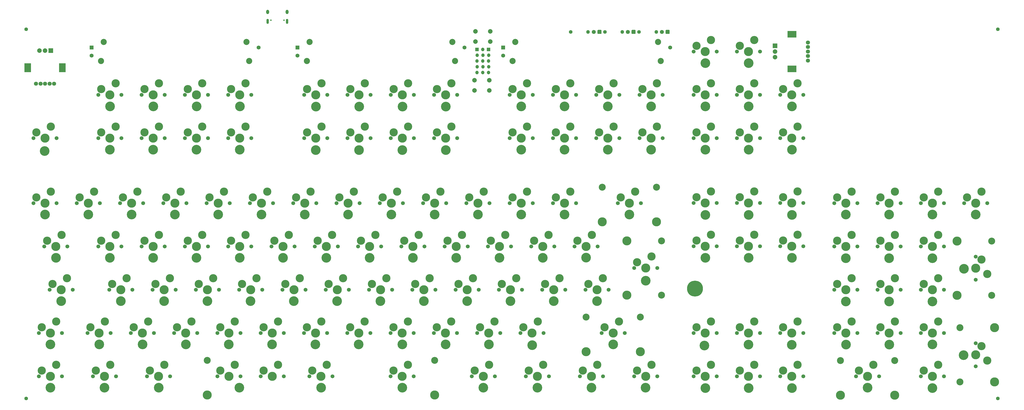
<source format=gts>
G04 #@! TF.GenerationSoftware,KiCad,Pcbnew,7.0.1*
G04 #@! TF.CreationDate,2023-03-18T22:20:59+01:00*
G04 #@! TF.ProjectId,berlin,6265726c-696e-42e6-9b69-6361645f7063,0.7*
G04 #@! TF.SameCoordinates,Original*
G04 #@! TF.FileFunction,Soldermask,Top*
G04 #@! TF.FilePolarity,Negative*
%FSLAX46Y46*%
G04 Gerber Fmt 4.6, Leading zero omitted, Abs format (unit mm)*
G04 Created by KiCad (PCBNEW 7.0.1) date 2023-03-18 22:20:59*
%MOMM*%
%LPD*%
G01*
G04 APERTURE LIST*
G04 Aperture macros list*
%AMRoundRect*
0 Rectangle with rounded corners*
0 $1 Rounding radius*
0 $2 $3 $4 $5 $6 $7 $8 $9 X,Y pos of 4 corners*
0 Add a 4 corners polygon primitive as box body*
4,1,4,$2,$3,$4,$5,$6,$7,$8,$9,$2,$3,0*
0 Add four circle primitives for the rounded corners*
1,1,$1+$1,$2,$3*
1,1,$1+$1,$4,$5*
1,1,$1+$1,$6,$7*
1,1,$1+$1,$8,$9*
0 Add four rect primitives between the rounded corners*
20,1,$1+$1,$2,$3,$4,$5,0*
20,1,$1+$1,$4,$5,$6,$7,0*
20,1,$1+$1,$6,$7,$8,$9,0*
20,1,$1+$1,$8,$9,$2,$3,0*%
G04 Aperture macros list end*
%ADD10C,4.250000*%
%ADD11C,1.778000*%
%ADD12RoundRect,0.177800X-0.711200X-0.711200X0.711200X-0.711200X0.711200X0.711200X-0.711200X0.711200X0*%
%ADD13C,1.800000*%
%ADD14R,2.000000X2.000000*%
%ADD15C,2.000000*%
%ADD16R,4.000000X3.000000*%
%ADD17R,3.000000X4.000000*%
%ADD18C,1.596000*%
%ADD19R,1.750000X1.750000*%
%ADD20C,1.750000*%
%ADD21C,2.700000*%
%ADD22C,0.800000*%
%ADD23C,7.000000*%
%ADD24C,3.600000*%
%ADD25C,1.701800*%
%ADD26C,3.987800*%
%ADD27C,3.048000*%
%ADD28C,0.650000*%
%ADD29O,1.100000X2.200000*%
%ADD30O,1.300000X1.900000*%
%ADD31R,1.524000X1.524000*%
%ADD32O,1.524000X1.524000*%
%ADD33C,1.600000*%
%ADD34O,1.600000X1.600000*%
G04 APERTURE END LIST*
D10*
X234212500Y-118065500D03*
X62762500Y-118080000D03*
X129275000Y-194275000D03*
X253262500Y-89490500D03*
X138962500Y-118065500D03*
X200975000Y-89725000D03*
X69874500Y-194265500D03*
X182015500Y-70567500D03*
X72325000Y-70455000D03*
D11*
X300205000Y-37675000D03*
D12*
X302745000Y-37675000D03*
D10*
X186587500Y-137115500D03*
X248563500Y-156165500D03*
X162965500Y-70567500D03*
D13*
X379422000Y-42325000D03*
D14*
X364922000Y-43825000D03*
D15*
X364922000Y-48825000D03*
D13*
X379422000Y-44325000D03*
D15*
X364922000Y-46325000D03*
D13*
X379422000Y-48325000D03*
D16*
X372422000Y-38725000D03*
X372422000Y-53925000D03*
D13*
X379422000Y-50325000D03*
X379422000Y-46325000D03*
D10*
X200975000Y-194275000D03*
X129437500Y-137115500D03*
X158012500Y-118065500D03*
X165251500Y-194265500D03*
X334288500Y-137115500D03*
X200938500Y-175215500D03*
X253262500Y-70440500D03*
X210463500Y-156165500D03*
X396137500Y-118065500D03*
X77113500Y-156165500D03*
X334288500Y-70440500D03*
X129475000Y-70455000D03*
X372388500Y-89490500D03*
X353338500Y-89490500D03*
X243737500Y-137115500D03*
X220125000Y-89725000D03*
X334288500Y-118192500D03*
X177062500Y-118065500D03*
X110387500Y-89490500D03*
X46125500Y-194265500D03*
X415187500Y-137242500D03*
X215162500Y-118065500D03*
D13*
X47750000Y-60433000D03*
D14*
X46250000Y-45933000D03*
D13*
X45750000Y-60433000D03*
D15*
X41250000Y-45933000D03*
X43750000Y-45933000D03*
D13*
X41750000Y-60433000D03*
D17*
X51350000Y-53433000D03*
X36150000Y-53433000D03*
D13*
X39750000Y-60433000D03*
X43750000Y-60433000D03*
D10*
X110387500Y-137115500D03*
X272312500Y-70440500D03*
X48538500Y-137115500D03*
X447905000Y-179905000D03*
X110425000Y-70455000D03*
X415187500Y-118065500D03*
X50824500Y-156165500D03*
X100862500Y-118080000D03*
X148487500Y-137115500D03*
D18*
X35475000Y-36475000D03*
D10*
X353338500Y-118192500D03*
X181761500Y-175215500D03*
X172236500Y-156165500D03*
X415285000Y-175295000D03*
X353255000Y-175295000D03*
X72287500Y-137115500D03*
X353338500Y-194392500D03*
X286663500Y-156165500D03*
D19*
X64221250Y-44575000D03*
D20*
X64221250Y-48075000D03*
X137721250Y-44575000D03*
D21*
X133571250Y-50525000D03*
X68371250Y-50525000D03*
X69571250Y-42125000D03*
X132371250Y-42125000D03*
D10*
X86638500Y-175215500D03*
X224687500Y-137115500D03*
X353338500Y-137115500D03*
D11*
X315205000Y-37675000D03*
D12*
X317745000Y-37675000D03*
D10*
X300887500Y-118065500D03*
X262787500Y-137115500D03*
X372388500Y-118192500D03*
X93750500Y-194265500D03*
X448065000Y-141905000D03*
X229513500Y-156165500D03*
X434237500Y-194392500D03*
X372388500Y-194392500D03*
D11*
X285205000Y-37675000D03*
D12*
X287745000Y-37675000D03*
D10*
X220115500Y-70567500D03*
X434237500Y-137242500D03*
X453287500Y-118065500D03*
X405700000Y-194280000D03*
D22*
X331631155Y-148818845D03*
X329775000Y-153300000D03*
X332400000Y-150675000D03*
X327918845Y-152531155D03*
X327918845Y-148818845D03*
X329775000Y-148050000D03*
X331631155Y-152531155D03*
X327150000Y-150675000D03*
D23*
X329775000Y-150675000D03*
D18*
X462975000Y-198975000D03*
D10*
X434237500Y-175215500D03*
X191286500Y-156165500D03*
X434237500Y-118065500D03*
X293775500Y-175215500D03*
D15*
X233125000Y-37425000D03*
X239625000Y-37425000D03*
X239625000Y-41925000D03*
X233125000Y-41925000D03*
D10*
X434237500Y-156292500D03*
X272312500Y-89490500D03*
X105688500Y-175215500D03*
X281825000Y-137025000D03*
X372388500Y-137115500D03*
X372350000Y-175400000D03*
X267613500Y-156165500D03*
X143661500Y-175215500D03*
X372388500Y-70440500D03*
X67588500Y-175215500D03*
X291362500Y-70440500D03*
X46125500Y-175215500D03*
X260412000Y-194265500D03*
X96163500Y-156165500D03*
D18*
X35475000Y-198975000D03*
D10*
X181925000Y-89725000D03*
X43712500Y-118080000D03*
X396235000Y-175295000D03*
X333925000Y-175675000D03*
X310412500Y-89490500D03*
X91337500Y-137115500D03*
X129437500Y-89490500D03*
X253262500Y-118065500D03*
X308037000Y-147148500D03*
X334288500Y-194392500D03*
X43575000Y-90125000D03*
X310412500Y-70440500D03*
X91375000Y-70455000D03*
X119912500Y-118065500D03*
X258135000Y-175515000D03*
X396137500Y-137242500D03*
X334288500Y-89490500D03*
X115213500Y-156165500D03*
X236625500Y-194265500D03*
X134136500Y-156165500D03*
X205637500Y-137115500D03*
X91337500Y-89490500D03*
X284161000Y-194265500D03*
X167537500Y-137115500D03*
D19*
X245291500Y-44575000D03*
D20*
X245291500Y-48075000D03*
X318791500Y-44575000D03*
D21*
X313441500Y-42125000D03*
X314641500Y-50525000D03*
X249441500Y-50525000D03*
X250641500Y-42125000D03*
D10*
X396137500Y-156292500D03*
X291362500Y-89490500D03*
X272350000Y-118080000D03*
X219988500Y-175215500D03*
X124611500Y-175215500D03*
X162875000Y-89725000D03*
X239038500Y-175215500D03*
X353338500Y-51390500D03*
X307999500Y-194265500D03*
X81812500Y-118080000D03*
X153186500Y-156165500D03*
D19*
X154804000Y-44575000D03*
D20*
X154804000Y-48075000D03*
X228304000Y-44575000D03*
D21*
X224154000Y-50525000D03*
X158954000Y-50525000D03*
X160154000Y-42125000D03*
X222954000Y-42125000D03*
D10*
X334288500Y-51390500D03*
X201065500Y-70567500D03*
X162711500Y-175215500D03*
X353338500Y-70440500D03*
D18*
X462975000Y-36475000D03*
D10*
X196112500Y-118065500D03*
X415187500Y-156292500D03*
X72287500Y-89490500D03*
D24*
X168495750Y-148591750D03*
D25*
X177385750Y-151131750D03*
D24*
X174845750Y-146051750D03*
D25*
X167225750Y-151131750D03*
D26*
X172305750Y-151131750D03*
X281843250Y-132081750D03*
D25*
X286923250Y-132081750D03*
D24*
X284383250Y-127001750D03*
D25*
X276763250Y-132081750D03*
D24*
X278033250Y-129541750D03*
X146270750Y-165101750D03*
D25*
X138650750Y-170181750D03*
D26*
X143730750Y-170181750D03*
D24*
X139920750Y-167641750D03*
D25*
X148810750Y-170181750D03*
D24*
X274858250Y-79376750D03*
D25*
X277398250Y-84456750D03*
D24*
X268508250Y-81916750D03*
D26*
X272318250Y-84456750D03*
D25*
X267238250Y-84456750D03*
D24*
X392333250Y-167673500D03*
D25*
X401223250Y-170213500D03*
D26*
X396143250Y-170213500D03*
D25*
X391063250Y-170213500D03*
D24*
X398683250Y-165133500D03*
D26*
X353280750Y-170213500D03*
D25*
X348200750Y-170213500D03*
D24*
X355820750Y-165133500D03*
D25*
X358360750Y-170213500D03*
D24*
X349470750Y-167673500D03*
D26*
X177068250Y-113031750D03*
D24*
X173258250Y-110491750D03*
X179608250Y-107951750D03*
D25*
X182148250Y-113031750D03*
X171988250Y-113031750D03*
D26*
X138968250Y-113031750D03*
D24*
X141508250Y-107951750D03*
D25*
X133888250Y-113031750D03*
X144048250Y-113031750D03*
D24*
X135158250Y-110491750D03*
X349502500Y-129510000D03*
X355852500Y-126970000D03*
D25*
X348232500Y-132050000D03*
D26*
X353312500Y-132050000D03*
D25*
X358392500Y-132050000D03*
D24*
X112933250Y-60326750D03*
D25*
X115473250Y-65406750D03*
X105313250Y-65406750D03*
D26*
X110393250Y-65406750D03*
D24*
X106583250Y-62866750D03*
X249458410Y-62866750D03*
D25*
X248188410Y-65406750D03*
X258348410Y-65406750D03*
D24*
X255808410Y-60326750D03*
D26*
X253268410Y-65406750D03*
D27*
X460278250Y-153576500D03*
D25*
X453293250Y-136558500D03*
D26*
X445038250Y-129700500D03*
D24*
X458373250Y-144178500D03*
X455833250Y-137828500D03*
D26*
X453293250Y-141638500D03*
D25*
X453293250Y-146718500D03*
D27*
X460278250Y-129700500D03*
D26*
X445038250Y-153576500D03*
D25*
X296448250Y-65406750D03*
D24*
X293908250Y-60326750D03*
X287558250Y-62866750D03*
D25*
X286288250Y-65406750D03*
D26*
X291368250Y-65406750D03*
X129445000Y-84455000D03*
D24*
X125635000Y-81915000D03*
X131985000Y-79375000D03*
D25*
X124365000Y-84455000D03*
X134525000Y-84455000D03*
D24*
X430433250Y-148623500D03*
D25*
X439323250Y-151163500D03*
X429163250Y-151163500D03*
D26*
X434243250Y-151163500D03*
D24*
X436783250Y-146083500D03*
X336802500Y-41245000D03*
D26*
X334262500Y-46325000D03*
D24*
X330452500Y-43785000D03*
D25*
X339342500Y-46325000D03*
X329182500Y-46325000D03*
D24*
X160558250Y-107951750D03*
X154208250Y-110491750D03*
D26*
X158018250Y-113031750D03*
D25*
X152938250Y-113031750D03*
X163098250Y-113031750D03*
D26*
X334262500Y-113000000D03*
D24*
X336802500Y-107920000D03*
D25*
X329182500Y-113000000D03*
X339342500Y-113000000D03*
D24*
X330452500Y-110460000D03*
D25*
X134523250Y-132081750D03*
D24*
X131983250Y-127001750D03*
D26*
X129443250Y-132081750D03*
D25*
X124363250Y-132081750D03*
D24*
X125633250Y-129541750D03*
D25*
X265492000Y-189231750D03*
D24*
X262952000Y-184151750D03*
D26*
X260412000Y-189231750D03*
D24*
X256602000Y-186691750D03*
D25*
X255332000Y-189231750D03*
D24*
X63720750Y-167641750D03*
X70070750Y-165101750D03*
D25*
X62450750Y-170181750D03*
D26*
X67530750Y-170181750D03*
D25*
X72610750Y-170181750D03*
D24*
X265333250Y-127001750D03*
X258983250Y-129541750D03*
D26*
X262793250Y-132081750D03*
D25*
X267873250Y-132081750D03*
X257713250Y-132081750D03*
D26*
X124675000Y-189225000D03*
D25*
X129755000Y-189225000D03*
D24*
X120865000Y-186685000D03*
D25*
X119595000Y-189225000D03*
D24*
X127215000Y-184145000D03*
X130395750Y-148591750D03*
X136745750Y-146051750D03*
D25*
X129125750Y-151131750D03*
X139285750Y-151131750D03*
D26*
X134205750Y-151131750D03*
X186593250Y-132081750D03*
D24*
X182783250Y-129541750D03*
D25*
X191673250Y-132081750D03*
X181513250Y-132081750D03*
D24*
X189133250Y-127001750D03*
D26*
X162780750Y-170181750D03*
D25*
X157700750Y-170181750D03*
D24*
X158970750Y-167641750D03*
D25*
X167860750Y-170181750D03*
D24*
X165320750Y-165101750D03*
D15*
X232725000Y-58925000D03*
X239225000Y-58925000D03*
X232725000Y-63425000D03*
X239225000Y-63425000D03*
D25*
X263110750Y-170181750D03*
D24*
X260570750Y-165101750D03*
D26*
X258030750Y-170181750D03*
D25*
X252950750Y-170181750D03*
D24*
X254220750Y-167641750D03*
X312958250Y-60326750D03*
D25*
X315498250Y-65406750D03*
D24*
X306608250Y-62866750D03*
D25*
X305338250Y-65406750D03*
D26*
X310418250Y-65406750D03*
D25*
X377442500Y-84425000D03*
D26*
X372362500Y-84425000D03*
D24*
X368552500Y-81885000D03*
D25*
X367282500Y-84425000D03*
D24*
X374902500Y-79345000D03*
D28*
X143095000Y-32521500D03*
X148875000Y-32521500D03*
D29*
X141685000Y-33072500D03*
D30*
X150285000Y-28872500D03*
X141685000Y-28872500D03*
D29*
X150285000Y-33072500D03*
D24*
X287558250Y-81916750D03*
X293908250Y-79376750D03*
D25*
X296448250Y-84456750D03*
D26*
X291368250Y-84456750D03*
D25*
X286288250Y-84456750D03*
D24*
X68483250Y-81916750D03*
D26*
X72293250Y-84456750D03*
D24*
X74833250Y-79376750D03*
D25*
X67213250Y-84456750D03*
X77373250Y-84456750D03*
D24*
X72452000Y-184151750D03*
X66102000Y-186691750D03*
D25*
X64832000Y-189231750D03*
X74992000Y-189231750D03*
D26*
X69912000Y-189231750D03*
D25*
X248823250Y-132081750D03*
D26*
X243743250Y-132081750D03*
D24*
X239933250Y-129541750D03*
X246283250Y-127001750D03*
D25*
X238663250Y-132081750D03*
D26*
X286605750Y-151131750D03*
D25*
X291685750Y-151131750D03*
D24*
X289145750Y-146051750D03*
X282795750Y-148591750D03*
D25*
X281525750Y-151131750D03*
D27*
X446308250Y-167800500D03*
D26*
X461548250Y-167800500D03*
D25*
X453293250Y-184818500D03*
D26*
X461548250Y-191676500D03*
D25*
X453293250Y-174658500D03*
D27*
X446308250Y-191676500D03*
D24*
X458373250Y-182278500D03*
X455833250Y-175928500D03*
D26*
X453293250Y-179738500D03*
X334235000Y-170215000D03*
D25*
X339315000Y-170215000D03*
D24*
X330425000Y-167675000D03*
X336775000Y-165135000D03*
D25*
X329155000Y-170215000D03*
D31*
X238885500Y-45410600D03*
X233809500Y-45410600D03*
D32*
X236345500Y-45410600D03*
X233936500Y-47950600D03*
X239012500Y-47950600D03*
X236472500Y-47950600D03*
X233809500Y-50490600D03*
X238885500Y-50490600D03*
X236345500Y-50490600D03*
X233936500Y-53030600D03*
X239012500Y-53030600D03*
X236472500Y-53030600D03*
X238885500Y-55570600D03*
X233809500Y-55570600D03*
X236345500Y-55570600D03*
D24*
X155795750Y-146051750D03*
D25*
X158335750Y-151131750D03*
D26*
X153255750Y-151131750D03*
D25*
X148175750Y-151131750D03*
D24*
X149445750Y-148591750D03*
D26*
X248505750Y-151131750D03*
D24*
X251045750Y-146051750D03*
D25*
X243425750Y-151131750D03*
X253585750Y-151131750D03*
D24*
X244695750Y-148591750D03*
D26*
X415193250Y-170213500D03*
D25*
X410113250Y-170213500D03*
D24*
X411383250Y-167673500D03*
X417733250Y-165133500D03*
D25*
X420273250Y-170213500D03*
D27*
X288955250Y-106046750D03*
D26*
X300893250Y-113031750D03*
X288955250Y-121286750D03*
D25*
X305973250Y-113031750D03*
X295813250Y-113031750D03*
D24*
X303433250Y-107951750D03*
D27*
X312831250Y-106046750D03*
D26*
X312831250Y-121286750D03*
D24*
X297083250Y-110491750D03*
D25*
X225106000Y-65406750D03*
D26*
X220026000Y-65406750D03*
D24*
X216216000Y-62866750D03*
X222566000Y-60326750D03*
D25*
X214946000Y-65406750D03*
X86263250Y-84456750D03*
D26*
X91343250Y-84456750D03*
D24*
X87533250Y-81916750D03*
D25*
X96423250Y-84456750D03*
D24*
X93883250Y-79376750D03*
X53402000Y-146051750D03*
D26*
X50862000Y-151131750D03*
D25*
X45782000Y-151131750D03*
X55942000Y-151131750D03*
D24*
X47052000Y-148591750D03*
X417733250Y-107983500D03*
X411383250Y-110523500D03*
D25*
X410113250Y-113063500D03*
X420273250Y-113063500D03*
D26*
X415193250Y-113063500D03*
X165162000Y-189231750D03*
D27*
X215200000Y-182246750D03*
D26*
X215200000Y-197486750D03*
D27*
X115124000Y-182246750D03*
D24*
X161352000Y-186691750D03*
D25*
X160082000Y-189231750D03*
D24*
X167702000Y-184151750D03*
D26*
X115124000Y-197486750D03*
D25*
X170242000Y-189231750D03*
D24*
X44670750Y-129541750D03*
D25*
X53560750Y-132081750D03*
D26*
X48480750Y-132081750D03*
D25*
X43400750Y-132081750D03*
D24*
X51020750Y-127001750D03*
D26*
X119918250Y-113031750D03*
D25*
X124998250Y-113031750D03*
D24*
X122458250Y-107951750D03*
X116108250Y-110491750D03*
D25*
X114838250Y-113031750D03*
X200563250Y-132081750D03*
X210723250Y-132081750D03*
D24*
X201833250Y-129541750D03*
D26*
X205643250Y-132081750D03*
D24*
X208183250Y-127001750D03*
X184466106Y-60326750D03*
D25*
X187006106Y-65406750D03*
X176846106Y-65406750D03*
D26*
X181926106Y-65406750D03*
D24*
X178116106Y-62866750D03*
D25*
X51179500Y-170181750D03*
D24*
X48639500Y-165101750D03*
D26*
X46099500Y-170181750D03*
D24*
X42289500Y-167641750D03*
D25*
X41019500Y-170181750D03*
D24*
X106583250Y-129541750D03*
D25*
X115473250Y-132081750D03*
D26*
X110393250Y-132081750D03*
D24*
X112933250Y-127001750D03*
D25*
X105313250Y-132081750D03*
X258348250Y-84456750D03*
D26*
X253268250Y-84456750D03*
D25*
X248188250Y-84456750D03*
D24*
X249458250Y-81916750D03*
X255808250Y-79376750D03*
D25*
X439323250Y-113063500D03*
D26*
X434243250Y-113063500D03*
D24*
X430433250Y-110523500D03*
D25*
X429163250Y-113063500D03*
D24*
X436783250Y-107983500D03*
D25*
X157796090Y-65406750D03*
X167956090Y-65406750D03*
D24*
X165416090Y-60326750D03*
D26*
X162876090Y-65406750D03*
D24*
X159066090Y-62866750D03*
D26*
X353312500Y-84425000D03*
D25*
X358392500Y-84425000D03*
D24*
X355852500Y-79345000D03*
D25*
X348232500Y-84425000D03*
D24*
X349502500Y-81885000D03*
D25*
X239298250Y-113031750D03*
D24*
X230408250Y-110491750D03*
X236758250Y-107951750D03*
D26*
X234218250Y-113031750D03*
D25*
X229138250Y-113031750D03*
D24*
X197065000Y-186685000D03*
D25*
X195795000Y-189225000D03*
X205955000Y-189225000D03*
D24*
X203415000Y-184145000D03*
D26*
X200875000Y-189225000D03*
D24*
X92295750Y-148591750D03*
D25*
X91025750Y-151131750D03*
X101185750Y-151131750D03*
D24*
X98645750Y-146051750D03*
D26*
X96105750Y-151131750D03*
D25*
X401223250Y-151163500D03*
D24*
X398683250Y-146083500D03*
D26*
X396143250Y-151163500D03*
D25*
X391063250Y-151163500D03*
D24*
X392333250Y-148623500D03*
X211358250Y-110491750D03*
D26*
X215168250Y-113031750D03*
D25*
X210088250Y-113031750D03*
X220248250Y-113031750D03*
D24*
X217708250Y-107951750D03*
D26*
X72293250Y-65406750D03*
D25*
X77373250Y-65406750D03*
X67213250Y-65406750D03*
D24*
X74833250Y-60326750D03*
X68483250Y-62866750D03*
D27*
X315022000Y-153544750D03*
D26*
X299782000Y-129668750D03*
X308037000Y-141606750D03*
D25*
X302957000Y-141606750D03*
D24*
X310577000Y-136526750D03*
X304227000Y-139066750D03*
D25*
X313117000Y-141606750D03*
D26*
X299782000Y-153544750D03*
D27*
X315022000Y-129668750D03*
D25*
X244060750Y-170181750D03*
D26*
X238980750Y-170181750D03*
D24*
X241520750Y-165101750D03*
D25*
X233900750Y-170181750D03*
D24*
X235170750Y-167641750D03*
D33*
X275075000Y-37675000D03*
D34*
X282695000Y-37675000D03*
D25*
X48798250Y-84456750D03*
D26*
X43718250Y-84456750D03*
D24*
X46258250Y-79376750D03*
D25*
X38638250Y-84456750D03*
D24*
X39908250Y-81916750D03*
D25*
X148815000Y-189215000D03*
D24*
X146275000Y-184135000D03*
X139925000Y-186675000D03*
D26*
X143735000Y-189215000D03*
D25*
X138655000Y-189215000D03*
X225010750Y-170181750D03*
D24*
X216120750Y-167641750D03*
X222470750Y-165101750D03*
D25*
X214850750Y-170181750D03*
D26*
X219930750Y-170181750D03*
D24*
X187540000Y-148610000D03*
D25*
X196430000Y-151150000D03*
X186270000Y-151150000D03*
D26*
X191350000Y-151150000D03*
D24*
X193890000Y-146070000D03*
D25*
X401223250Y-113063500D03*
D24*
X392333250Y-110523500D03*
X398683250Y-107983500D03*
D26*
X396143250Y-113063500D03*
D25*
X391063250Y-113063500D03*
D24*
X197166000Y-81916750D03*
X203516000Y-79376750D03*
D26*
X200976000Y-84456750D03*
D25*
X206056000Y-84456750D03*
X195896000Y-84456750D03*
X162463250Y-132081750D03*
D26*
X167543250Y-132081750D03*
D25*
X172623250Y-132081750D03*
D24*
X170083250Y-127001750D03*
X163733250Y-129541750D03*
D26*
X148493250Y-132081750D03*
D25*
X153573250Y-132081750D03*
D24*
X144683250Y-129541750D03*
X151033250Y-127001750D03*
D25*
X143413250Y-132081750D03*
X98804500Y-189231750D03*
D24*
X89914500Y-186691750D03*
D25*
X88644500Y-189231750D03*
D24*
X96264500Y-184151750D03*
D26*
X93724500Y-189231750D03*
D25*
X420273250Y-132113500D03*
D24*
X417733250Y-127033500D03*
X411383250Y-129573500D03*
D26*
X415193250Y-132113500D03*
D25*
X410113250Y-132113500D03*
D26*
X229455750Y-151131750D03*
D25*
X234535750Y-151131750D03*
X224375750Y-151131750D03*
D24*
X231995750Y-146051750D03*
X225645750Y-148591750D03*
D25*
X277398250Y-65406750D03*
X267238250Y-65406750D03*
D24*
X274858250Y-60326750D03*
X268508250Y-62866750D03*
D26*
X272318250Y-65406750D03*
D33*
X290075000Y-37675000D03*
D34*
X297695000Y-37675000D03*
D24*
X355852500Y-107920000D03*
D25*
X358392500Y-113000000D03*
D26*
X353312500Y-113000000D03*
D24*
X349502500Y-110460000D03*
D25*
X348232500Y-113000000D03*
D26*
X372362500Y-65375000D03*
D24*
X374902500Y-60295000D03*
X368552500Y-62835000D03*
D25*
X377442500Y-65375000D03*
X367282500Y-65375000D03*
X339342500Y-65375000D03*
D26*
X334262500Y-65375000D03*
D24*
X336802500Y-60295000D03*
X330452500Y-62835000D03*
D25*
X329182500Y-65375000D03*
X219613250Y-132081750D03*
D24*
X220883250Y-129541750D03*
D25*
X229773250Y-132081750D03*
D24*
X227233250Y-127001750D03*
D26*
X224693250Y-132081750D03*
X415193250Y-151163500D03*
D24*
X417733250Y-146083500D03*
X411383250Y-148623500D03*
D25*
X410113250Y-151163500D03*
X420273250Y-151163500D03*
D24*
X280414500Y-186691750D03*
D25*
X279144500Y-189231750D03*
D26*
X284224500Y-189231750D03*
D25*
X289304500Y-189231750D03*
D24*
X286764500Y-184151750D03*
X222566000Y-79376750D03*
X216216000Y-81916750D03*
D26*
X220026000Y-84456750D03*
D25*
X214946000Y-84456750D03*
X225106000Y-84456750D03*
X458373250Y-113063500D03*
X448213250Y-113063500D03*
D26*
X453293250Y-113063500D03*
D24*
X455833250Y-107983500D03*
X449483250Y-110523500D03*
D25*
X41019500Y-189231750D03*
D24*
X48639500Y-184151750D03*
D25*
X51179500Y-189231750D03*
D26*
X46099500Y-189231750D03*
D24*
X42289500Y-186691750D03*
D26*
X272318250Y-113031750D03*
D24*
X268508250Y-110491750D03*
D25*
X267238250Y-113031750D03*
X277398250Y-113031750D03*
D24*
X274858250Y-107951750D03*
D25*
X305338250Y-84456750D03*
D24*
X306608250Y-81916750D03*
D25*
X315498250Y-84456750D03*
D24*
X312958250Y-79376750D03*
D26*
X310418250Y-84456750D03*
D24*
X178116000Y-81916750D03*
D25*
X187006000Y-84456750D03*
D24*
X184466000Y-79376750D03*
D25*
X176846000Y-84456750D03*
D26*
X181926000Y-84456750D03*
D25*
X313117000Y-189231750D03*
D24*
X310577000Y-184151750D03*
X304227000Y-186691750D03*
D26*
X308037000Y-189231750D03*
D25*
X302957000Y-189231750D03*
D26*
X72293250Y-132081750D03*
D24*
X74833250Y-127001750D03*
X68483250Y-129541750D03*
D25*
X77373250Y-132081750D03*
X67213250Y-132081750D03*
D24*
X46258250Y-107951750D03*
D25*
X38638250Y-113031750D03*
D24*
X39908250Y-110491750D03*
D25*
X48798250Y-113031750D03*
D26*
X43718250Y-113031750D03*
D24*
X197070750Y-167641750D03*
D25*
X205960750Y-170181750D03*
D24*
X203420750Y-165101750D03*
D25*
X195800750Y-170181750D03*
D26*
X200880750Y-170181750D03*
D24*
X58958250Y-110491750D03*
D25*
X57688250Y-113031750D03*
D26*
X62768250Y-113031750D03*
D24*
X65308250Y-107951750D03*
D25*
X67848250Y-113031750D03*
X377410750Y-189263500D03*
D24*
X374870750Y-184183500D03*
X368520750Y-186723500D03*
D25*
X367250750Y-189263500D03*
D26*
X372330750Y-189263500D03*
D33*
X305075000Y-37675000D03*
D34*
X312695000Y-37675000D03*
D25*
X367245000Y-170200000D03*
D26*
X372325000Y-170200000D03*
D25*
X377405000Y-170200000D03*
D24*
X374865000Y-165120000D03*
X368515000Y-167660000D03*
D25*
X119600750Y-170181750D03*
X129760750Y-170181750D03*
D26*
X124680750Y-170181750D03*
D24*
X120870750Y-167641750D03*
X127220750Y-165101750D03*
D25*
X157796000Y-84456750D03*
D24*
X165416000Y-79376750D03*
D25*
X167956000Y-84456750D03*
D26*
X162876000Y-84456750D03*
D24*
X159066000Y-81916750D03*
D26*
X110393250Y-84456750D03*
D24*
X112933250Y-79376750D03*
X106583250Y-81916750D03*
D25*
X105313250Y-84456750D03*
X115473250Y-84456750D03*
X401223250Y-132113500D03*
D24*
X392333250Y-129573500D03*
D26*
X396143250Y-132113500D03*
D24*
X398683250Y-127033500D03*
D25*
X391063250Y-132113500D03*
X248188250Y-113031750D03*
D24*
X255808250Y-107951750D03*
D25*
X258348250Y-113031750D03*
D24*
X249458250Y-110491750D03*
D26*
X253268250Y-113031750D03*
D24*
X78008250Y-110491750D03*
D25*
X86898250Y-113031750D03*
D24*
X84358250Y-107951750D03*
D26*
X81818250Y-113031750D03*
D25*
X76738250Y-113031750D03*
X86263250Y-132081750D03*
X96423250Y-132081750D03*
D26*
X91343250Y-132081750D03*
D24*
X87533250Y-129541750D03*
X93883250Y-127001750D03*
D26*
X334230750Y-189263500D03*
D24*
X336770750Y-184183500D03*
D25*
X329150750Y-189263500D03*
X339310750Y-189263500D03*
D24*
X330420750Y-186723500D03*
D25*
X262475750Y-151131750D03*
D24*
X270095750Y-146051750D03*
D26*
X267555750Y-151131750D03*
D25*
X272635750Y-151131750D03*
D24*
X263745750Y-148591750D03*
D25*
X429163250Y-170213500D03*
D24*
X436783250Y-165133500D03*
D25*
X439323250Y-170213500D03*
D24*
X430433250Y-167673500D03*
D26*
X434243250Y-170213500D03*
D25*
X241679500Y-189231750D03*
D26*
X236599500Y-189231750D03*
D24*
X232789500Y-186691750D03*
D25*
X231519500Y-189231750D03*
D24*
X239139500Y-184151750D03*
D25*
X134523250Y-65406750D03*
X124363250Y-65406750D03*
D26*
X129443250Y-65406750D03*
D24*
X125633250Y-62866750D03*
X131983250Y-60326750D03*
D26*
X91343250Y-65406750D03*
D24*
X87533250Y-62866750D03*
X93883250Y-60326750D03*
D25*
X86263250Y-65406750D03*
X96423250Y-65406750D03*
X367282500Y-113000000D03*
D26*
X372362500Y-113000000D03*
D25*
X377442500Y-113000000D03*
D24*
X374902500Y-107920000D03*
X368552500Y-110460000D03*
X89120750Y-165101750D03*
D25*
X81500750Y-170181750D03*
X91660750Y-170181750D03*
D26*
X86580750Y-170181750D03*
D24*
X82770750Y-167641750D03*
D25*
X186910750Y-170181750D03*
D24*
X178020750Y-167641750D03*
D25*
X176750750Y-170181750D03*
D26*
X181830750Y-170181750D03*
D24*
X184370750Y-165101750D03*
X79595750Y-146051750D03*
X73245750Y-148591750D03*
D25*
X71975750Y-151131750D03*
D26*
X77055750Y-151131750D03*
D25*
X82135750Y-151131750D03*
D24*
X430433250Y-129573500D03*
D26*
X434243250Y-132113500D03*
D25*
X429163250Y-132113500D03*
X439323250Y-132113500D03*
D24*
X436783250Y-127033500D03*
D26*
X393730250Y-197518500D03*
D24*
X408208250Y-184183500D03*
D25*
X400588250Y-189263500D03*
D26*
X405668250Y-189263500D03*
D25*
X410748250Y-189263500D03*
D26*
X417606250Y-197518500D03*
D24*
X401858250Y-186723500D03*
D27*
X417606250Y-182278500D03*
X393730250Y-182278500D03*
D25*
X120235750Y-151131750D03*
D24*
X117695750Y-146051750D03*
D25*
X110075750Y-151131750D03*
D26*
X115155750Y-151131750D03*
D24*
X111345750Y-148591750D03*
X296289500Y-165101750D03*
D26*
X281811500Y-178436750D03*
D24*
X289939500Y-167641750D03*
D26*
X305687500Y-178436750D03*
D25*
X298829500Y-170181750D03*
D27*
X305687500Y-163196750D03*
D26*
X293749500Y-170181750D03*
D25*
X288669500Y-170181750D03*
D27*
X281811500Y-163196750D03*
D25*
X367282500Y-132050000D03*
D24*
X374902500Y-126970000D03*
D25*
X377442500Y-132050000D03*
D24*
X368552500Y-129510000D03*
D26*
X372362500Y-132050000D03*
X200976000Y-65406750D03*
D24*
X203516000Y-60326750D03*
D25*
X195896000Y-65406750D03*
X206056000Y-65406750D03*
D24*
X197166000Y-62866750D03*
X212945750Y-146051750D03*
D25*
X205325750Y-151131750D03*
D24*
X206595750Y-148591750D03*
D25*
X215485750Y-151131750D03*
D26*
X210405750Y-151131750D03*
X434243250Y-189263500D03*
D24*
X430433250Y-186723500D03*
X436783250Y-184183500D03*
D25*
X429163250Y-189263500D03*
X439323250Y-189263500D03*
D24*
X336802500Y-79345000D03*
X330452500Y-81885000D03*
D25*
X329182500Y-84425000D03*
X339342500Y-84425000D03*
D26*
X334262500Y-84425000D03*
D24*
X355820750Y-184183500D03*
D25*
X348200750Y-189263500D03*
D26*
X353280750Y-189263500D03*
D25*
X358360750Y-189263500D03*
D24*
X349470750Y-186723500D03*
D25*
X191038250Y-113031750D03*
D26*
X196118250Y-113031750D03*
D24*
X198658250Y-107951750D03*
D25*
X201198250Y-113031750D03*
D24*
X192308250Y-110491750D03*
D26*
X105630750Y-170181750D03*
D25*
X110710750Y-170181750D03*
D24*
X101820750Y-167641750D03*
X108170750Y-165101750D03*
D25*
X100550750Y-170181750D03*
D24*
X336802500Y-126970000D03*
D25*
X339342500Y-132050000D03*
D26*
X334262500Y-132050000D03*
D24*
X330452500Y-129510000D03*
D25*
X329182500Y-132050000D03*
X348232500Y-65375000D03*
X358392500Y-65375000D03*
D24*
X349502500Y-62835000D03*
X355852500Y-60295000D03*
D26*
X353312500Y-65375000D03*
D24*
X97058250Y-110491750D03*
D26*
X100868250Y-113031750D03*
D25*
X105948250Y-113031750D03*
D24*
X103408250Y-107951750D03*
D25*
X95788250Y-113031750D03*
D24*
X349502500Y-43785000D03*
D25*
X348232500Y-46325000D03*
D26*
X353312500Y-46325000D03*
D24*
X355852500Y-41245000D03*
D25*
X358392500Y-46325000D03*
M02*

</source>
